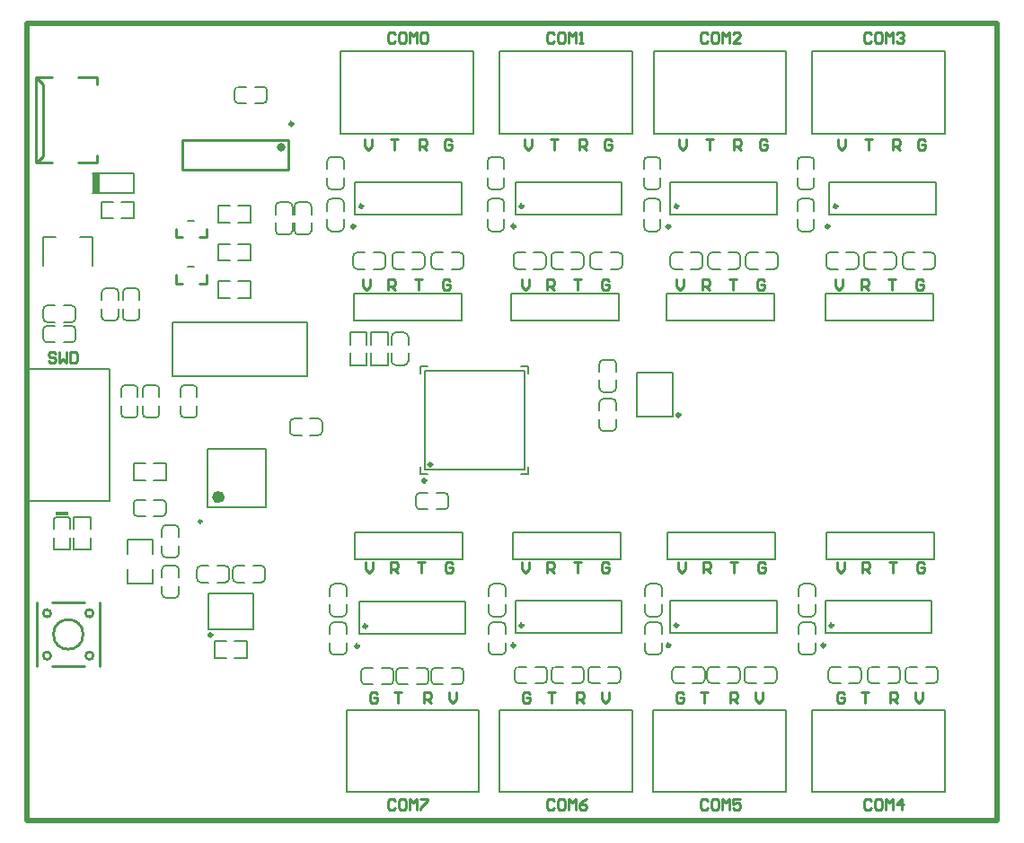
<source format=gto>
G04*
G04 #@! TF.GenerationSoftware,Altium Limited,Altium Designer,18.1.9 (240)*
G04*
G04 Layer_Color=65535*
%FSLAX24Y24*%
%MOIN*%
G70*
G01*
G75*
%ADD10C,0.0079*%
%ADD11C,0.0118*%
%ADD12C,0.0157*%
%ADD13C,0.0100*%
%ADD14C,0.0098*%
%ADD15C,0.0236*%
%ADD16C,0.0080*%
%ADD17C,0.0060*%
%ADD18R,0.0472X0.0118*%
%ADD19R,0.0315X0.0748*%
%ADD20C,0.0200*%
D10*
X3646Y16154D02*
G03*
X3489Y15997I0J-157D01*
G01*
X4111Y15997D02*
G03*
X3954Y16154I-157J-0D01*
G01*
X3954Y14946D02*
G03*
X4111Y15103I0J157D01*
G01*
X3489D02*
G03*
X3646Y14946I157J0D01*
G01*
X21704Y15896D02*
G03*
X21861Y16053I0J157D01*
G01*
X21239Y16053D02*
G03*
X21396Y15896I157J0D01*
G01*
X21396Y17104D02*
G03*
X21239Y16947I0J-157D01*
G01*
X21861D02*
G03*
X21704Y17104I-157J-0D01*
G01*
X21396Y15654D02*
G03*
X21239Y15497I0J-157D01*
G01*
X21861Y15497D02*
G03*
X21704Y15654I-157J-0D01*
G01*
X21704Y14446D02*
G03*
X21861Y14603I0J157D01*
G01*
X21239D02*
G03*
X21396Y14446I157J0D01*
G01*
X15637Y12004D02*
G03*
X15480Y12161I-157J0D01*
G01*
X15480Y11539D02*
G03*
X15637Y11696I-0J157D01*
G01*
X14429Y11696D02*
G03*
X14586Y11539I157J-0D01*
G01*
Y12161D02*
G03*
X14429Y12004I0J-157D01*
G01*
X13681Y18106D02*
G03*
X13524Y17949I0J-157D01*
G01*
X14146Y17949D02*
G03*
X13989Y18106I-157J-0D01*
G01*
X13989Y16898D02*
G03*
X14146Y17055I0J157D01*
G01*
X13524D02*
G03*
X13681Y16898I157J0D01*
G01*
X1804Y18204D02*
G03*
X1647Y18361I-157J0D01*
G01*
X1647Y17739D02*
G03*
X1804Y17896I-0J157D01*
G01*
X596Y17896D02*
G03*
X753Y17739I157J-0D01*
G01*
Y18361D02*
G03*
X596Y18204I0J-157D01*
G01*
X3708Y19754D02*
G03*
X3551Y19597I0J-157D01*
G01*
X4173Y19597D02*
G03*
X4015Y19754I-157J-0D01*
G01*
X4015Y18546D02*
G03*
X4173Y18703I0J157D01*
G01*
X3551D02*
G03*
X3708Y18546I157J0D01*
G01*
X2926Y19754D02*
G03*
X2768Y19597I0J-157D01*
G01*
X3390Y19597D02*
G03*
X3233Y19754I-157J-0D01*
G01*
X3233Y18546D02*
G03*
X3390Y18703I0J157D01*
G01*
X2768D02*
G03*
X2926Y18546I157J0D01*
G01*
X1804Y18954D02*
G03*
X1647Y19111I-157J0D01*
G01*
X1647Y18489D02*
G03*
X1804Y18646I-0J157D01*
G01*
X596Y18646D02*
G03*
X753Y18489I157J0D01*
G01*
Y19111D02*
G03*
X596Y18954I0J-157D01*
G01*
X14994Y5196D02*
G03*
X15151Y5039I157J0D01*
G01*
X15151Y5661D02*
G03*
X14994Y5504I0J-157D01*
G01*
X16202Y5504D02*
G03*
X16045Y5661I-157J0D01*
G01*
Y5039D02*
G03*
X16202Y5196I-0J157D01*
G01*
X13694Y5196D02*
G03*
X13851Y5039I157J0D01*
G01*
X13851Y5661D02*
G03*
X13694Y5504I0J-157D01*
G01*
X14902Y5504D02*
G03*
X14745Y5661I-157J0D01*
G01*
Y5039D02*
G03*
X14902Y5196I-0J157D01*
G01*
X12394Y5196D02*
G03*
X12551Y5039I157J0D01*
G01*
X12551Y5661D02*
G03*
X12394Y5504I0J-157D01*
G01*
X13602Y5504D02*
G03*
X13445Y5661I-157J0D01*
G01*
Y5039D02*
G03*
X13602Y5196I-0J157D01*
G01*
X4446Y16154D02*
G03*
X4289Y15997I0J-157D01*
G01*
X4911Y15997D02*
G03*
X4754Y16154I-157J-0D01*
G01*
X4754Y14946D02*
G03*
X4911Y15103I0J157D01*
G01*
X4289D02*
G03*
X4446Y14946I157J0D01*
G01*
X7630Y8987D02*
G03*
X7787Y8830I157J0D01*
G01*
X7787Y9452D02*
G03*
X7630Y9294I0J-157D01*
G01*
X8838Y9294D02*
G03*
X8681Y9452I-157J0D01*
G01*
Y8830D02*
G03*
X8838Y8987I-0J157D01*
G01*
X29259Y8614D02*
G03*
X29102Y8772I-157J-0D01*
G01*
X28795D02*
G03*
X28637Y8614I0J-157D01*
G01*
X28637Y7721D02*
G03*
X28795Y7563I157J0D01*
G01*
X29102Y7563D02*
G03*
X29259Y7721I0J157D01*
G01*
X28637Y6303D02*
G03*
X28795Y6146I157J0D01*
G01*
X29102D02*
G03*
X29259Y6303I0J157D01*
G01*
X29259Y7197D02*
G03*
X29102Y7354I-157J-0D01*
G01*
X28795Y7354D02*
G03*
X28637Y7197I0J-157D01*
G01*
X23559Y8614D02*
G03*
X23402Y8772I-157J-0D01*
G01*
X23095D02*
G03*
X22937Y8614I0J-157D01*
G01*
X22937Y7721D02*
G03*
X23095Y7563I157J0D01*
G01*
X23402Y7563D02*
G03*
X23559Y7721I0J157D01*
G01*
X22937Y6303D02*
G03*
X23095Y6146I157J0D01*
G01*
X23402D02*
G03*
X23559Y6303I0J157D01*
G01*
X23559Y7197D02*
G03*
X23402Y7354I-157J-0D01*
G01*
X23095Y7354D02*
G03*
X22937Y7197I0J-157D01*
G01*
X17137Y6303D02*
G03*
X17295Y6146I157J0D01*
G01*
X17602D02*
G03*
X17759Y6303I0J157D01*
G01*
X17759Y7197D02*
G03*
X17602Y7354I-157J-0D01*
G01*
X17295Y7354D02*
G03*
X17137Y7197I0J-157D01*
G01*
X17759Y8614D02*
G03*
X17602Y8772I-157J-0D01*
G01*
X17295D02*
G03*
X17137Y8614I0J-157D01*
G01*
X17137Y7721D02*
G03*
X17295Y7563I157J0D01*
G01*
X17602Y7563D02*
G03*
X17759Y7721I0J157D01*
G01*
X11237Y6303D02*
G03*
X11395Y6146I157J0D01*
G01*
X11702D02*
G03*
X11859Y6303I0J157D01*
G01*
X11859Y7197D02*
G03*
X11702Y7354I-157J-0D01*
G01*
X11395Y7354D02*
G03*
X11237Y7197I0J-157D01*
G01*
X4106Y11902D02*
G03*
X3949Y11744I0J-157D01*
G01*
Y11437D02*
G03*
X4106Y11280I157J0D01*
G01*
X5000Y11280D02*
G03*
X5157Y11437I-0J157D01*
G01*
X5157Y11744D02*
G03*
X5000Y11902I-157J0D01*
G01*
X9746Y14446D02*
G03*
X9903Y14289I157J0D01*
G01*
X9903Y14911D02*
G03*
X9746Y14754I0J-157D01*
G01*
X10954Y14754D02*
G03*
X10797Y14911I-157J0D01*
G01*
Y14289D02*
G03*
X10954Y14446I-0J157D01*
G01*
X5846Y16154D02*
G03*
X5689Y15997I0J-157D01*
G01*
X6311Y15997D02*
G03*
X6154Y16154I-157J-0D01*
G01*
X6154Y14946D02*
G03*
X6311Y15103I0J157D01*
G01*
X5689D02*
G03*
X5846Y14946I157J0D01*
G01*
X11702Y7563D02*
G03*
X11859Y7721I0J157D01*
G01*
X11237Y7721D02*
G03*
X11395Y7563I157J0D01*
G01*
X11395Y8772D02*
G03*
X11237Y8614I0J-157D01*
G01*
X11859D02*
G03*
X11702Y8772I-157J-0D01*
G01*
X19456Y5239D02*
G03*
X19614Y5082I157J0D01*
G01*
X19614Y5704D02*
G03*
X19456Y5546I0J-157D01*
G01*
X20665Y5546D02*
G03*
X20507Y5704I-157J0D01*
G01*
Y5082D02*
G03*
X20665Y5239I-0J157D01*
G01*
X20813Y5239D02*
G03*
X20971Y5082I157J0D01*
G01*
X20971Y5704D02*
G03*
X20813Y5546I0J-157D01*
G01*
X22022Y5546D02*
G03*
X21864Y5704I-157J0D01*
G01*
Y5082D02*
G03*
X22022Y5239I-0J157D01*
G01*
X18094Y5239D02*
G03*
X18251Y5082I157J0D01*
G01*
X18251Y5704D02*
G03*
X18094Y5546I0J-157D01*
G01*
X19302Y5546D02*
G03*
X19145Y5704I-157J0D01*
G01*
Y5082D02*
G03*
X19302Y5239I-0J157D01*
G01*
X25244Y5239D02*
G03*
X25401Y5082I157J0D01*
G01*
X25401Y5704D02*
G03*
X25244Y5546I0J-157D01*
G01*
X26452Y5546D02*
G03*
X26295Y5704I-157J0D01*
G01*
Y5082D02*
G03*
X26452Y5239I-0J157D01*
G01*
X23941Y5239D02*
G03*
X24098Y5082I157J0D01*
G01*
X24098Y5704D02*
G03*
X23941Y5546I0J-157D01*
G01*
X25149Y5546D02*
G03*
X24992Y5704I-157J0D01*
G01*
Y5082D02*
G03*
X25149Y5239I-0J157D01*
G01*
X26612Y5239D02*
G03*
X26770Y5082I157J0D01*
G01*
X26770Y5704D02*
G03*
X26612Y5546I0J-157D01*
G01*
X27821Y5546D02*
G03*
X27663Y5704I-157J0D01*
G01*
Y5082D02*
G03*
X27821Y5239I-0J157D01*
G01*
X31194Y5239D02*
G03*
X31351Y5082I157J0D01*
G01*
X31351Y5704D02*
G03*
X31194Y5546I0J-157D01*
G01*
X32402Y5546D02*
G03*
X32245Y5704I-157J0D01*
G01*
Y5082D02*
G03*
X32402Y5239I-0J157D01*
G01*
X29744Y5239D02*
G03*
X29901Y5082I157J0D01*
G01*
X29901Y5704D02*
G03*
X29744Y5546I0J-157D01*
G01*
X30952Y5546D02*
G03*
X30795Y5704I-157J0D01*
G01*
Y5082D02*
G03*
X30952Y5239I-0J157D01*
G01*
X32594Y5239D02*
G03*
X32751Y5082I157J0D01*
G01*
X32751Y5704D02*
G03*
X32594Y5546I0J-157D01*
G01*
X33802Y5546D02*
G03*
X33645Y5704I-157J0D01*
G01*
Y5082D02*
G03*
X33802Y5239I-0J157D01*
G01*
X32496Y20620D02*
G03*
X32653Y20463I157J0D01*
G01*
X32653Y21085D02*
G03*
X32496Y20927I0J-157D01*
G01*
X33704Y20927D02*
G03*
X33547Y21085I-157J0D01*
G01*
Y20463D02*
G03*
X33704Y20620I-0J157D01*
G01*
X31046Y20620D02*
G03*
X31203Y20463I157J0D01*
G01*
X31203Y21085D02*
G03*
X31046Y20927I0J-157D01*
G01*
X32254Y20927D02*
G03*
X32097Y21085I-157J0D01*
G01*
Y20463D02*
G03*
X32254Y20620I-0J157D01*
G01*
X25267Y20620D02*
G03*
X25425Y20463I157J0D01*
G01*
X25425Y21085D02*
G03*
X25267Y20927I0J-157D01*
G01*
X26476Y20927D02*
G03*
X26319Y21085I-157J0D01*
G01*
Y20463D02*
G03*
X26476Y20620I-0J157D01*
G01*
X17246Y23078D02*
G03*
X17089Y22921I0J-157D01*
G01*
X17711Y22921D02*
G03*
X17554Y23078I-157J-0D01*
G01*
X17554Y21869D02*
G03*
X17711Y22027I0J157D01*
G01*
X17089D02*
G03*
X17246Y21869I157J0D01*
G01*
X17554Y23419D02*
G03*
X17711Y23577I0J157D01*
G01*
X17089Y23577D02*
G03*
X17246Y23419I157J0D01*
G01*
X17246Y24628D02*
G03*
X17089Y24471I0J-157D01*
G01*
X17711D02*
G03*
X17554Y24628I-157J-0D01*
G01*
X11604Y23419D02*
G03*
X11761Y23577I0J157D01*
G01*
X11139Y23577D02*
G03*
X11296Y23419I157J0D01*
G01*
X11296Y24628D02*
G03*
X11139Y24471I0J-157D01*
G01*
X11761D02*
G03*
X11604Y24628I-157J-0D01*
G01*
X8747Y26614D02*
G03*
X8904Y26771I-0J157D01*
G01*
Y27079D02*
G03*
X8747Y27236I-157J0D01*
G01*
X7853Y27236D02*
G03*
X7696Y27079I0J-157D01*
G01*
X7696Y26771D02*
G03*
X7853Y26614I157J0D01*
G01*
X29211Y24471D02*
G03*
X29054Y24628I-157J-0D01*
G01*
X28746D02*
G03*
X28589Y24471I0J-157D01*
G01*
X28589Y23577D02*
G03*
X28746Y23419I157J0D01*
G01*
X29054Y23419D02*
G03*
X29211Y23577I0J157D01*
G01*
X20497Y20463D02*
G03*
X20654Y20620I-0J157D01*
G01*
Y20927D02*
G03*
X20497Y21085I-157J0D01*
G01*
X19603Y21085D02*
G03*
X19446Y20927I0J-157D01*
G01*
X19446Y20620D02*
G03*
X19603Y20463I157J0D01*
G01*
X22889Y22027D02*
G03*
X23046Y21869I157J0D01*
G01*
X23354D02*
G03*
X23511Y22027I0J157D01*
G01*
X23511Y22921D02*
G03*
X23354Y23078I-157J-0D01*
G01*
X23046Y23078D02*
G03*
X22889Y22921I0J-157D01*
G01*
X23511Y24471D02*
G03*
X23354Y24628I-157J-0D01*
G01*
X23046D02*
G03*
X22889Y24471I0J-157D01*
G01*
X22889Y23577D02*
G03*
X23046Y23419I157J0D01*
G01*
X23354Y23419D02*
G03*
X23511Y23577I0J157D01*
G01*
X30697Y20463D02*
G03*
X30854Y20620I-0J157D01*
G01*
Y20927D02*
G03*
X30697Y21085I-157J0D01*
G01*
X29803Y21085D02*
G03*
X29646Y20927I0J-157D01*
G01*
X29646Y20620D02*
G03*
X29803Y20463I157J0D01*
G01*
X28589Y22027D02*
G03*
X28746Y21869I157J0D01*
G01*
X29054D02*
G03*
X29211Y22027I0J157D01*
G01*
X29211Y22921D02*
G03*
X29054Y23078I-157J-0D01*
G01*
X28746Y23078D02*
G03*
X28589Y22921I0J-157D01*
G01*
X27719Y20463D02*
G03*
X27876Y20620I-0J157D01*
G01*
Y20927D02*
G03*
X27719Y21085I-157J0D01*
G01*
X26825Y21085D02*
G03*
X26667Y20927I0J-157D01*
G01*
X26667Y20620D02*
G03*
X26825Y20463I157J0D01*
G01*
X24919Y20463D02*
G03*
X25076Y20620I-0J157D01*
G01*
Y20927D02*
G03*
X24919Y21085I-157J0D01*
G01*
X24025Y21085D02*
G03*
X23867Y20927I0J-157D01*
G01*
X23867Y20620D02*
G03*
X24025Y20463I157J0D01*
G01*
X16047Y20463D02*
G03*
X16204Y20620I-0J157D01*
G01*
Y20927D02*
G03*
X16047Y21085I-157J0D01*
G01*
X15153Y21085D02*
G03*
X14996Y20927I0J-157D01*
G01*
X14996Y20620D02*
G03*
X15153Y20463I157J0D01*
G01*
X19097Y20463D02*
G03*
X19254Y20620I-0J157D01*
G01*
Y20927D02*
G03*
X19097Y21085I-157J0D01*
G01*
X18203Y21085D02*
G03*
X18046Y20927I0J-157D01*
G01*
X18046Y20620D02*
G03*
X18203Y20463I157J0D01*
G01*
X21941Y20463D02*
G03*
X22098Y20620I-0J157D01*
G01*
Y20927D02*
G03*
X21941Y21085I-157J0D01*
G01*
X21047Y21085D02*
G03*
X20890Y20927I0J-157D01*
G01*
X20890Y20620D02*
G03*
X21047Y20463I157J0D01*
G01*
X11139Y22027D02*
G03*
X11296Y21869I157J0D01*
G01*
X11604D02*
G03*
X11761Y22027I0J157D01*
G01*
X11761Y22921D02*
G03*
X11604Y23078I-157J-0D01*
G01*
X11296Y23078D02*
G03*
X11139Y22921I0J-157D01*
G01*
X14597Y20463D02*
G03*
X14754Y20620I-0J157D01*
G01*
Y20927D02*
G03*
X14597Y21085I-157J0D01*
G01*
X13703Y21085D02*
G03*
X13546Y20927I0J-157D01*
G01*
X13546Y20620D02*
G03*
X13703Y20463I157J0D01*
G01*
X13147Y20463D02*
G03*
X13304Y20620I-0J157D01*
G01*
Y20927D02*
G03*
X13147Y21085I-157J0D01*
G01*
X12253Y21085D02*
G03*
X12096Y20927I0J-157D01*
G01*
X12096Y20620D02*
G03*
X12253Y20463I157J0D01*
G01*
X10546Y22791D02*
G03*
X10388Y22948I-157J-0D01*
G01*
X10081D02*
G03*
X9924Y22791I0J-157D01*
G01*
X9924Y21897D02*
G03*
X10081Y21739I157J0D01*
G01*
X10388Y21739D02*
G03*
X10546Y21897I0J157D01*
G01*
X9224Y21897D02*
G03*
X9381Y21739I157J0D01*
G01*
X9688D02*
G03*
X9846Y21897I0J157D01*
G01*
X9846Y22791D02*
G03*
X9688Y22948I-157J-0D01*
G01*
X9381Y22948D02*
G03*
X9224Y22791I0J-157D01*
G01*
X5630Y9304D02*
G03*
X5473Y9462I-157J-0D01*
G01*
X5166D02*
G03*
X5008Y9304I0J-157D01*
G01*
X5008Y8410D02*
G03*
X5166Y8253I157J0D01*
G01*
X5473Y8253D02*
G03*
X5630Y8410I0J157D01*
G01*
X5008Y9910D02*
G03*
X5166Y9753I157J0D01*
G01*
X5473D02*
G03*
X5630Y9910I0J157D01*
G01*
X5630Y10804D02*
G03*
X5473Y10962I-157J-0D01*
G01*
X5166Y10962D02*
G03*
X5008Y10804I0J-157D01*
G01*
X6453Y9452D02*
G03*
X6296Y9294I0J-157D01*
G01*
Y8987D02*
G03*
X6453Y8830I157J-0D01*
G01*
X7347Y8830D02*
G03*
X7504Y8987I-0J157D01*
G01*
X7504Y9294D02*
G03*
X7347Y9452I-157J0D01*
G01*
X29139Y25504D02*
Y28555D01*
X34061D01*
Y25504D02*
Y28555D01*
X29139Y25504D02*
X34061D01*
X23247D02*
Y28555D01*
X28168D01*
Y25504D02*
Y28555D01*
X23247Y25504D02*
X28168D01*
X17539D02*
Y28555D01*
X22461D01*
Y25504D02*
Y28555D01*
X17539Y25504D02*
X22461D01*
X11639D02*
Y28555D01*
X16561D01*
Y25504D02*
Y28555D01*
X11639Y25504D02*
X16561D01*
X16768Y1044D02*
Y4095D01*
X11847Y1044D02*
X16768D01*
X11847D02*
Y4095D01*
X16768D01*
X22461Y1044D02*
Y4095D01*
X17539Y1044D02*
X22461D01*
X17539D02*
Y4095D01*
X22461D01*
X28161Y1044D02*
Y4095D01*
X23239Y1044D02*
X28161D01*
X23239D02*
Y4095D01*
X28161D01*
X34061Y1044D02*
Y4095D01*
X29139Y1044D02*
X34061D01*
X29139D02*
Y4095D01*
X34061D01*
X-6Y11839D02*
X3045D01*
X-6D02*
Y16761D01*
X3045D01*
Y11839D02*
Y16761D01*
X12611Y17659D02*
Y18106D01*
X11989Y16898D02*
X12611D01*
X11989Y18106D02*
X12611D01*
Y16898D02*
Y17344D01*
X11989Y17659D02*
Y18106D01*
Y16898D02*
Y17344D01*
X3489Y15103D02*
Y15393D01*
X3646Y16154D02*
X3954D01*
X3646Y14946D02*
X3954D01*
X3489Y15707D02*
Y15997D01*
X4111Y15707D02*
Y15997D01*
X4111Y15103D02*
Y15393D01*
X21861Y16657D02*
Y16947D01*
X21396Y15896D02*
X21704D01*
X21396Y17104D02*
X21704D01*
X21861Y16053D02*
Y16343D01*
X21239Y16053D02*
Y16343D01*
X21239Y16657D02*
Y16947D01*
Y14603D02*
Y14893D01*
X21396Y15654D02*
X21704D01*
X21396Y14446D02*
X21704D01*
X21239Y15207D02*
Y15497D01*
X21861Y15207D02*
Y15497D01*
X21861Y14603D02*
Y14893D01*
X14586Y12161D02*
X14876D01*
X15637Y11696D02*
Y12004D01*
X14429Y11696D02*
Y12004D01*
X15191Y12161D02*
X15480D01*
X15191Y11539D02*
X15480D01*
X14586Y11539D02*
X14876D01*
X13524Y17055D02*
Y17344D01*
X13681Y18106D02*
X13989D01*
X13681Y16898D02*
X13989D01*
X13524Y17659D02*
Y17949D01*
X14146Y17659D02*
Y17949D01*
X14146Y17055D02*
Y17344D01*
X13396Y17659D02*
Y18106D01*
X12774Y16897D02*
X13396D01*
X12774Y18106D02*
X13396D01*
Y16897D02*
Y17344D01*
X12774Y17659D02*
Y18106D01*
Y16897D02*
Y17344D01*
X753Y18361D02*
X1043D01*
X1804Y17896D02*
Y18204D01*
X596Y17896D02*
Y18204D01*
X1357Y18361D02*
X1647D01*
X1357Y17739D02*
X1647D01*
X753Y17739D02*
X1043D01*
X3551Y18703D02*
Y18993D01*
X3708Y19754D02*
X4015D01*
X3708Y18546D02*
X4015D01*
X3551Y19307D02*
Y19597D01*
X4173Y19307D02*
Y19597D01*
X4173Y18703D02*
Y18993D01*
X2768Y18703D02*
Y18993D01*
X2926Y19754D02*
X3233D01*
X2926Y18546D02*
X3233D01*
X2768Y19307D02*
Y19597D01*
X3390Y19307D02*
Y19597D01*
X3390Y18703D02*
Y18993D01*
X753Y19111D02*
X1043D01*
X1804Y18646D02*
Y18954D01*
X596Y18646D02*
Y18954D01*
X1357Y19111D02*
X1647D01*
X1357Y18489D02*
X1647D01*
X753Y18489D02*
X1043D01*
X2361Y10807D02*
Y11254D01*
X1739Y10046D02*
X2361D01*
X1739Y11254D02*
X2361D01*
Y10046D02*
Y10493D01*
X1739Y10807D02*
Y11254D01*
Y10046D02*
Y10493D01*
X989Y11172D02*
X1065Y11251D01*
X1535D02*
X1611Y11172D01*
Y10818D02*
Y11172D01*
X989Y10056D02*
X1611D01*
X1065Y11251D02*
X1535D01*
X1611Y10056D02*
Y10503D01*
X989Y10818D02*
Y11172D01*
Y10056D02*
Y10503D01*
X15756Y5039D02*
X16045D01*
X14994Y5196D02*
Y5504D01*
X16202Y5196D02*
Y5504D01*
X15151Y5039D02*
X15441D01*
X15151Y5661D02*
X15441D01*
X15756Y5661D02*
X16045D01*
X14456Y5039D02*
X14745D01*
X13694Y5196D02*
Y5504D01*
X14902Y5196D02*
Y5504D01*
X13851Y5039D02*
X14141D01*
X13851Y5661D02*
X14141D01*
X14456Y5661D02*
X14745D01*
X13156Y5039D02*
X13445D01*
X12394Y5196D02*
Y5504D01*
X13602Y5196D02*
Y5504D01*
X12551Y5039D02*
X12841D01*
X12551Y5661D02*
X12841D01*
X13156Y5661D02*
X13445D01*
X29671Y9700D02*
Y10700D01*
X33671D01*
X29671Y9700D02*
X33671D01*
Y10700D01*
X23767Y9700D02*
Y10700D01*
X27767D01*
X23767Y9700D02*
X27767D01*
Y10700D01*
X18017Y9700D02*
Y10700D01*
X22017D01*
X18017Y9700D02*
X22017D01*
Y10700D01*
X12169Y9700D02*
Y10700D01*
X16169D01*
X12169Y9700D02*
X16169D01*
Y10700D01*
X4289Y15103D02*
Y15393D01*
X4446Y16154D02*
X4754D01*
X4446Y14946D02*
X4754D01*
X4289Y15707D02*
Y15997D01*
X4911Y15707D02*
Y15997D01*
X4911Y15103D02*
Y15393D01*
X8391Y8830D02*
X8681D01*
X7630Y8987D02*
Y9294D01*
X8838Y8987D02*
Y9294D01*
X7787Y8830D02*
X8077D01*
X7787Y9452D02*
X8077D01*
X8391Y9452D02*
X8681D01*
X28637Y8325D02*
Y8614D01*
X28637Y7721D02*
Y8010D01*
X29259Y7721D02*
Y8010D01*
X28795Y8772D02*
X29102D01*
X28795Y7563D02*
X29102D01*
X29259Y8325D02*
Y8614D01*
Y6303D02*
Y6593D01*
X29259Y6907D02*
Y7197D01*
X28637Y6907D02*
Y7197D01*
X28795Y6146D02*
X29102D01*
X28795Y7354D02*
X29102D01*
X28637Y6303D02*
Y6593D01*
X22937Y8325D02*
Y8614D01*
X22937Y7721D02*
Y8010D01*
X23559Y7721D02*
Y8010D01*
X23095Y8772D02*
X23402D01*
X23095Y7563D02*
X23402D01*
X23559Y8325D02*
Y8614D01*
Y6303D02*
Y6593D01*
X23559Y6907D02*
Y7197D01*
X22937Y6907D02*
Y7197D01*
X23095Y6146D02*
X23402D01*
X23095Y7354D02*
X23402D01*
X22937Y6303D02*
Y6593D01*
X17759Y6303D02*
Y6593D01*
X17759Y6907D02*
Y7197D01*
X17137Y6907D02*
Y7197D01*
X17295Y6146D02*
X17602D01*
X17295Y7354D02*
X17602D01*
X17137Y6303D02*
Y6593D01*
Y8325D02*
Y8614D01*
X17137Y7721D02*
Y8010D01*
X17759Y7721D02*
Y8010D01*
X17295Y8772D02*
X17602D01*
X17295Y7563D02*
X17602D01*
X17759Y8325D02*
Y8614D01*
X11859Y6303D02*
Y6593D01*
X11859Y6907D02*
Y7197D01*
X11237Y6907D02*
Y7197D01*
X11395Y6146D02*
X11702D01*
X11395Y7354D02*
X11702D01*
X11237Y6303D02*
Y6593D01*
X4106Y11280D02*
X4396D01*
X4711Y11280D02*
X5000D01*
X4711Y11902D02*
X5000D01*
X3949Y11437D02*
Y11744D01*
X5157Y11437D02*
Y11744D01*
X4106Y11902D02*
X4396D01*
X10507Y14289D02*
X10797D01*
X9746Y14446D02*
Y14754D01*
X10954Y14446D02*
Y14754D01*
X9903Y14289D02*
X10193D01*
X9903Y14911D02*
X10193D01*
X10507Y14911D02*
X10797D01*
X3728Y9874D02*
Y10407D01*
X4672Y9874D02*
Y10407D01*
Y8793D02*
Y9326D01*
X3728Y8793D02*
X4672D01*
X3728Y10407D02*
X4672D01*
X3728Y8793D02*
Y9326D01*
X5689Y15103D02*
Y15393D01*
X5846Y16154D02*
X6154D01*
X5846Y14946D02*
X6154D01*
X5689Y15707D02*
Y15997D01*
X6311Y15707D02*
Y15997D01*
X6311Y15103D02*
Y15393D01*
X2435Y24024D02*
X3971D01*
X2435Y23276D02*
X3971D01*
Y24024D01*
X11859Y8325D02*
Y8614D01*
X11395Y7563D02*
X11702D01*
X11395Y8772D02*
X11702D01*
X11859Y7721D02*
Y8010D01*
X11237Y7721D02*
Y8010D01*
X11237Y8325D02*
Y8614D01*
X20218Y5082D02*
X20507D01*
X19456Y5239D02*
Y5546D01*
X20665Y5239D02*
Y5546D01*
X19614Y5082D02*
X19903D01*
X19614Y5704D02*
X19903D01*
X20218Y5704D02*
X20507D01*
X21575Y5082D02*
X21864D01*
X20813Y5239D02*
Y5546D01*
X22022Y5239D02*
Y5546D01*
X20971Y5082D02*
X21260D01*
X20971Y5704D02*
X21260D01*
X21575Y5704D02*
X21864D01*
X18856Y5082D02*
X19145D01*
X18094Y5239D02*
Y5546D01*
X19302Y5239D02*
Y5546D01*
X18251Y5082D02*
X18541D01*
X18251Y5704D02*
X18541D01*
X18856Y5704D02*
X19145D01*
X26006Y5082D02*
X26295D01*
X25244Y5239D02*
Y5546D01*
X26452Y5239D02*
Y5546D01*
X25401Y5082D02*
X25691D01*
X25401Y5704D02*
X25691D01*
X26006Y5704D02*
X26295D01*
X24702Y5082D02*
X24992D01*
X23941Y5239D02*
Y5546D01*
X25149Y5239D02*
Y5546D01*
X24098Y5082D02*
X24387D01*
X24098Y5704D02*
X24387D01*
X24702Y5704D02*
X24992D01*
X27374Y5082D02*
X27663D01*
X26612Y5239D02*
Y5546D01*
X27821Y5239D02*
Y5546D01*
X26770Y5082D02*
X27059D01*
X26770Y5704D02*
X27059D01*
X27374Y5704D02*
X27663D01*
X31956Y5082D02*
X32245D01*
X31194Y5239D02*
Y5546D01*
X32402Y5239D02*
Y5546D01*
X31351Y5082D02*
X31641D01*
X31351Y5704D02*
X31641D01*
X31956Y5704D02*
X32245D01*
X30506Y5082D02*
X30795D01*
X29744Y5239D02*
Y5546D01*
X30952Y5239D02*
Y5546D01*
X29901Y5082D02*
X30191D01*
X29901Y5704D02*
X30191D01*
X30506Y5704D02*
X30795D01*
X33356Y5082D02*
X33645D01*
X32594Y5239D02*
Y5546D01*
X33802Y5239D02*
Y5546D01*
X32751Y5082D02*
X33041D01*
X32751Y5704D02*
X33041D01*
X33356Y5704D02*
X33645D01*
X33257Y20463D02*
X33547D01*
X32496Y20620D02*
Y20927D01*
X33704Y20620D02*
Y20927D01*
X32653Y20463D02*
X32943D01*
X32653Y21085D02*
X32943D01*
X33257Y21085D02*
X33547D01*
X31807Y20463D02*
X32097D01*
X31046Y20620D02*
Y20927D01*
X32254Y20620D02*
Y20927D01*
X31203Y20463D02*
X31493D01*
X31203Y21085D02*
X31493D01*
X31807Y21085D02*
X32097D01*
X26029Y20463D02*
X26319D01*
X25267Y20620D02*
Y20927D01*
X26476Y20620D02*
Y20927D01*
X25425Y20463D02*
X25714D01*
X25425Y21085D02*
X25714D01*
X26029Y21085D02*
X26319D01*
X17089Y22027D02*
Y22316D01*
X17246Y23078D02*
X17554D01*
X17246Y21869D02*
X17554D01*
X17089Y22631D02*
Y22921D01*
X17711Y22631D02*
Y22921D01*
X17711Y22027D02*
Y22316D01*
Y24181D02*
Y24471D01*
X17246Y23419D02*
X17554D01*
X17246Y24628D02*
X17554D01*
X17711Y23577D02*
Y23866D01*
X17089Y23577D02*
Y23866D01*
X17089Y24181D02*
Y24471D01*
X11761Y24181D02*
Y24471D01*
X11296Y23419D02*
X11604D01*
X11296Y24628D02*
X11604D01*
X11761Y23577D02*
Y23866D01*
X11139Y23577D02*
Y23866D01*
X11139Y24181D02*
Y24471D01*
X4711Y12633D02*
X5157D01*
X3949D02*
Y13255D01*
X5157Y12633D02*
Y13255D01*
X3949Y12633D02*
X4396D01*
X4711Y13255D02*
X5157D01*
X3949D02*
X4396D01*
X23719Y18549D02*
Y19549D01*
X27719D01*
X23719Y18549D02*
X27719D01*
Y19549D01*
X29622Y18549D02*
Y19549D01*
X33622D01*
X29622Y18549D02*
X33622D01*
Y19549D01*
X17969Y18549D02*
Y19549D01*
X21969D01*
X17969Y18549D02*
X21969D01*
Y19549D01*
X12119Y18549D02*
Y19549D01*
X16119D01*
X12119Y18549D02*
X16119D01*
Y19549D01*
X2746Y22961D02*
X3193D01*
X3507D02*
X3954D01*
X2746Y22339D02*
X3193D01*
X3954D02*
Y22961D01*
X2746Y22339D02*
Y22961D01*
X3507Y22339D02*
X3954D01*
X8457Y27236D02*
X8747D01*
X7853Y27236D02*
X8143D01*
X7853Y26614D02*
X8143D01*
X8904Y26771D02*
Y27079D01*
X7696Y26771D02*
Y27079D01*
X8457Y26614D02*
X8747D01*
X28589Y24181D02*
Y24471D01*
X28589Y23577D02*
Y23866D01*
X29211Y23577D02*
Y23866D01*
X28746Y24628D02*
X29054D01*
X28746Y23419D02*
X29054D01*
X29211Y24181D02*
Y24471D01*
X20207Y21085D02*
X20497D01*
X19603Y21085D02*
X19893D01*
X19603Y20463D02*
X19893D01*
X20654Y20620D02*
Y20927D01*
X19446Y20620D02*
Y20927D01*
X20207Y20463D02*
X20497D01*
X23511Y22027D02*
Y22316D01*
X23511Y22631D02*
Y22921D01*
X22889Y22631D02*
Y22921D01*
X23046Y21869D02*
X23354D01*
X23046Y23078D02*
X23354D01*
X22889Y22027D02*
Y22316D01*
Y24181D02*
Y24471D01*
X22889Y23577D02*
Y23866D01*
X23511Y23577D02*
Y23866D01*
X23046Y24628D02*
X23354D01*
X23046Y23419D02*
X23354D01*
X23511Y24181D02*
Y24471D01*
X30407Y21085D02*
X30697D01*
X29803Y21085D02*
X30093D01*
X29803Y20463D02*
X30093D01*
X30854Y20620D02*
Y20927D01*
X29646Y20620D02*
Y20927D01*
X30407Y20463D02*
X30697D01*
X29211Y22027D02*
Y22316D01*
X29211Y22631D02*
Y22921D01*
X28589Y22631D02*
Y22921D01*
X28746Y21869D02*
X29054D01*
X28746Y23078D02*
X29054D01*
X28589Y22027D02*
Y22316D01*
X27429Y21085D02*
X27719D01*
X26825Y21085D02*
X27114D01*
X26825Y20463D02*
X27114D01*
X27876Y20620D02*
Y20927D01*
X26667Y20620D02*
Y20927D01*
X27429Y20463D02*
X27719D01*
X24629Y21085D02*
X24919D01*
X24025Y21085D02*
X24314D01*
X24025Y20463D02*
X24314D01*
X25076Y20620D02*
Y20927D01*
X23867Y20620D02*
Y20927D01*
X24629Y20463D02*
X24919D01*
X15757Y21085D02*
X16047D01*
X15153Y21085D02*
X15443D01*
X15153Y20463D02*
X15443D01*
X16204Y20620D02*
Y20927D01*
X14996Y20620D02*
Y20927D01*
X15757Y20463D02*
X16047D01*
X18807Y21085D02*
X19097D01*
X18203Y21085D02*
X18493D01*
X18203Y20463D02*
X18493D01*
X19254Y20620D02*
Y20927D01*
X18046Y20620D02*
Y20927D01*
X18807Y20463D02*
X19097D01*
X21652Y21085D02*
X21941D01*
X21047Y21085D02*
X21337D01*
X21047Y20463D02*
X21337D01*
X22098Y20620D02*
Y20927D01*
X20890Y20620D02*
Y20927D01*
X21652Y20463D02*
X21941D01*
X11761Y22027D02*
Y22316D01*
X11761Y22631D02*
Y22921D01*
X11139Y22631D02*
Y22921D01*
X11296Y21869D02*
X11604D01*
X11296Y23078D02*
X11604D01*
X11139Y22027D02*
Y22316D01*
X14307Y21085D02*
X14597D01*
X13703Y21085D02*
X13993D01*
X13703Y20463D02*
X13993D01*
X14754Y20620D02*
Y20927D01*
X13546Y20620D02*
Y20927D01*
X14307Y20463D02*
X14597D01*
X12857Y21085D02*
X13147D01*
X12253Y21085D02*
X12543D01*
X12253Y20463D02*
X12543D01*
X13304Y20620D02*
Y20927D01*
X12096Y20620D02*
Y20927D01*
X12857Y20463D02*
X13147D01*
X6704Y11608D02*
X8870D01*
X6704Y13773D02*
X8870D01*
X6704Y11608D02*
Y13773D01*
X8870Y11608D02*
Y13773D01*
X9924Y22501D02*
Y22791D01*
X9924Y21897D02*
Y22186D01*
X10546Y21897D02*
Y22186D01*
X10081Y22948D02*
X10388D01*
X10081Y21739D02*
X10388D01*
X10546Y22501D02*
Y22791D01*
X9846Y21897D02*
Y22186D01*
X9846Y22501D02*
Y22791D01*
X9224Y22501D02*
Y22791D01*
X9381Y21739D02*
X9688D01*
X9381Y22948D02*
X9688D01*
X9224Y21897D02*
Y22186D01*
X7841Y20780D02*
X8288D01*
X7080D02*
X7527D01*
X7841Y21402D02*
X8288D01*
X7080Y20780D02*
Y21402D01*
X8288Y20780D02*
Y21402D01*
X7080D02*
X7527D01*
X7080Y20009D02*
X7527D01*
X7841D02*
X8288D01*
X7080Y19387D02*
X7527D01*
X8288D02*
Y20009D01*
X7080Y19387D02*
Y20009D01*
X7841Y19387D02*
X8288D01*
X5969Y22259D02*
X6205D01*
X5969Y20545D02*
X6205D01*
X7841Y22203D02*
X8288D01*
X7080D02*
X7527D01*
X7841Y22825D02*
X8288D01*
X7080Y22203D02*
Y22825D01*
X8288Y22203D02*
Y22825D01*
X7080D02*
X7527D01*
X5008Y9015D02*
Y9304D01*
X5008Y8410D02*
Y8700D01*
X5630Y8410D02*
Y8700D01*
X5166Y9462D02*
X5473D01*
X5166Y8253D02*
X5473D01*
X5630Y9015D02*
Y9304D01*
Y9910D02*
Y10200D01*
X5630Y10515D02*
Y10804D01*
X5008Y10515D02*
Y10804D01*
X5166Y9753D02*
X5473D01*
X5166Y10962D02*
X5473D01*
X5008Y9910D02*
Y10200D01*
X6453Y8830D02*
X6743D01*
X7057Y8830D02*
X7347D01*
X7057Y9452D02*
X7347D01*
X6296Y8987D02*
Y9294D01*
X7504Y8987D02*
Y9294D01*
X6453Y9452D02*
X6743D01*
X7711Y6030D02*
X8157D01*
X6949D02*
X7396D01*
X7711Y6652D02*
X8157D01*
X6949Y6030D02*
Y6652D01*
X8157Y6030D02*
Y6652D01*
X6949D02*
X7396D01*
X5387Y18491D02*
X10387D01*
Y16491D02*
Y18491D01*
X5387Y16491D02*
X10387D01*
X5387D02*
Y18491D01*
D11*
X24225Y15052D02*
G03*
X24225Y15052I-59J0D01*
G01*
X9863Y25856D02*
G03*
X9863Y25856I-59J0D01*
G01*
X6864Y6878D02*
G03*
X6864Y6878I-59J0D01*
G01*
X29607Y6490D02*
G03*
X29607Y6490I-59J0D01*
G01*
X29907Y7237D02*
G03*
X29907Y7237I-59J0D01*
G01*
X23854Y6490D02*
G03*
X23854Y6490I-59J0D01*
G01*
X24154Y7237D02*
G03*
X24154Y7237I-59J0D01*
G01*
X18105Y6490D02*
G03*
X18105Y6490I-59J0D01*
G01*
X18405Y7237D02*
G03*
X18405Y7237I-59J0D01*
G01*
X12305Y6465D02*
G03*
X12305Y6465I-59J0D01*
G01*
X12605Y7212D02*
G03*
X12605Y7212I-59J0D01*
G01*
X29760Y22049D02*
G03*
X29760Y22049I-59J0D01*
G01*
X30060Y22796D02*
G03*
X30060Y22796I-59J0D01*
G01*
X23856Y22049D02*
G03*
X23856Y22049I-59J0D01*
G01*
X24156Y22796D02*
G03*
X24156Y22796I-59J0D01*
G01*
X12159Y22049D02*
G03*
X12159Y22049I-59J0D01*
G01*
X12459Y22796D02*
G03*
X12459Y22796I-59J0D01*
G01*
X18107Y22049D02*
G03*
X18107Y22049I-59J0D01*
G01*
X18407Y22796D02*
G03*
X18407Y22796I-59J0D01*
G01*
X15025Y13208D02*
G03*
X15025Y13208I-59J0D01*
G01*
X14797Y12606D02*
G03*
X14797Y12606I-59J0D01*
G01*
D12*
X9509Y24990D02*
G03*
X9509Y24990I-79J0D01*
G01*
D13*
X882Y6113D02*
G03*
X882Y6113I-142J0D01*
G01*
Y7687D02*
G03*
X882Y7687I-142J0D01*
G01*
X2457D02*
G03*
X2457Y7687I-142J0D01*
G01*
Y6113D02*
G03*
X2457Y6113I-142J0D01*
G01*
X2079Y6900D02*
G03*
X2079Y6900I-551J0D01*
G01*
X323Y24425D02*
X915D01*
X1887D02*
X2587D01*
X331Y27575D02*
X915D01*
X1887D02*
X2587D01*
Y27317D02*
Y27575D01*
Y24425D02*
Y24683D01*
X371Y27563D02*
X603Y27331D01*
X331Y27563D02*
X371D01*
Y24433D02*
X603Y24665D01*
X323Y24433D02*
X371D01*
X603Y24665D02*
Y27331D01*
X323Y24425D02*
Y27575D01*
X5778Y25265D02*
X9696D01*
X5778Y24163D02*
X9696D01*
Y25265D01*
X5778Y24163D02*
Y25265D01*
X2709Y5719D02*
Y8081D01*
X347Y5719D02*
Y8081D01*
X2692Y8081D02*
X2709D01*
X921D02*
X2135D01*
X347D02*
X363D01*
X2692Y5719D02*
X2709D01*
X921D02*
X2135D01*
X347D02*
X363D01*
X6402Y21649D02*
X6662D01*
Y21970D01*
X5512Y21649D02*
Y21970D01*
Y21649D02*
X5772D01*
X5512D02*
X5772D01*
X5512D02*
X5772D01*
X6402Y19935D02*
X6662D01*
Y20256D01*
X5512Y19935D02*
Y20256D01*
Y19935D02*
X5772D01*
X5512D02*
X5772D01*
X5512D02*
X5772D01*
X1067Y17324D02*
X1000Y17390D01*
X867D01*
X800Y17324D01*
Y17257D01*
X867Y17190D01*
X1000D01*
X1067Y17124D01*
Y17057D01*
X1000Y16991D01*
X867D01*
X800Y17057D01*
X1200Y17390D02*
Y16991D01*
X1333Y17124D01*
X1466Y16991D01*
Y17390D01*
X1600D02*
Y16991D01*
X1800D01*
X1866Y17057D01*
Y17324D01*
X1800Y17390D01*
X1600D01*
X32972Y4750D02*
Y4483D01*
X33105Y4350D01*
X33238Y4483D01*
Y4750D01*
X30317Y4683D02*
X30250Y4750D01*
X30117D01*
X30050Y4683D01*
Y4417D01*
X30117Y4350D01*
X30250D01*
X30317Y4417D01*
Y4550D01*
X30183D01*
X30965Y4750D02*
X31231D01*
X31098D01*
Y4350D01*
X32042D02*
Y4750D01*
X32242D01*
X32309Y4683D01*
Y4550D01*
X32242Y4483D01*
X32042D01*
X32175D02*
X32309Y4350D01*
X27017Y4750D02*
Y4483D01*
X27150Y4350D01*
X27284Y4483D01*
Y4750D01*
X24362Y4683D02*
X24295Y4750D01*
X24162D01*
X24095Y4683D01*
Y4417D01*
X24162Y4350D01*
X24295D01*
X24362Y4417D01*
Y4550D01*
X24229D01*
X25010Y4750D02*
X25276D01*
X25143D01*
Y4350D01*
X26088D02*
Y4750D01*
X26287D01*
X26354Y4683D01*
Y4550D01*
X26287Y4483D01*
X26088D01*
X26221D02*
X26354Y4350D01*
X21322Y4750D02*
Y4483D01*
X21455Y4350D01*
X21588Y4483D01*
Y4750D01*
X18667Y4683D02*
X18600Y4750D01*
X18467D01*
X18400Y4683D01*
Y4417D01*
X18467Y4350D01*
X18600D01*
X18667Y4417D01*
Y4550D01*
X18533D01*
X19315Y4750D02*
X19581D01*
X19448D01*
Y4350D01*
X20392D02*
Y4750D01*
X20592D01*
X20659Y4683D01*
Y4550D01*
X20592Y4483D01*
X20392D01*
X20525D02*
X20659Y4350D01*
X30050Y9601D02*
Y9334D01*
X30183Y9201D01*
X30317Y9334D01*
Y9601D01*
X33300Y9534D02*
X33233Y9601D01*
X33100D01*
X33033Y9534D01*
Y9268D01*
X33100Y9201D01*
X33233D01*
X33300Y9268D01*
Y9401D01*
X33167D01*
X31999Y9601D02*
X32265D01*
X32132D01*
Y9201D01*
X30999D02*
Y9601D01*
X31199D01*
X31265Y9534D01*
Y9401D01*
X31199Y9334D01*
X30999D01*
X31132D02*
X31265Y9201D01*
X24150Y9601D02*
Y9334D01*
X24283Y9201D01*
X24417Y9334D01*
Y9601D01*
X27400Y9534D02*
X27333Y9601D01*
X27200D01*
X27133Y9534D01*
Y9268D01*
X27200Y9201D01*
X27333D01*
X27400Y9268D01*
Y9401D01*
X27267D01*
X26099Y9601D02*
X26365D01*
X26232D01*
Y9201D01*
X25099D02*
Y9601D01*
X25299D01*
X25365Y9534D01*
Y9401D01*
X25299Y9334D01*
X25099D01*
X25232D02*
X25365Y9201D01*
X18350Y9601D02*
Y9334D01*
X18483Y9201D01*
X18617Y9334D01*
Y9601D01*
X21600Y9534D02*
X21533Y9601D01*
X21400D01*
X21333Y9534D01*
Y9268D01*
X21400Y9201D01*
X21533D01*
X21600Y9268D01*
Y9401D01*
X21467D01*
X20299Y9601D02*
X20565D01*
X20432D01*
Y9201D01*
X19299D02*
Y9601D01*
X19499D01*
X19565Y9534D01*
Y9401D01*
X19499Y9334D01*
X19299D01*
X19432D02*
X19565Y9201D01*
X12551Y9601D02*
Y9334D01*
X12685Y9201D01*
X12818Y9334D01*
Y9601D01*
X15801Y9534D02*
X15735Y9601D01*
X15601D01*
X15535Y9534D01*
Y9268D01*
X15601Y9201D01*
X15735D01*
X15801Y9268D01*
Y9401D01*
X15668D01*
X14500Y9601D02*
X14767D01*
X14633D01*
Y9201D01*
X13500D02*
Y9601D01*
X13700D01*
X13767Y9534D01*
Y9401D01*
X13700Y9334D01*
X13500D01*
X13633D02*
X13767Y9201D01*
X12459Y20100D02*
Y19833D01*
X12592Y19700D01*
X12726Y19833D01*
Y20100D01*
X15709Y20033D02*
X15642Y20100D01*
X15509D01*
X15443Y20033D01*
Y19767D01*
X15509Y19700D01*
X15642D01*
X15709Y19767D01*
Y19900D01*
X15576D01*
X14408Y20100D02*
X14674D01*
X14541D01*
Y19700D01*
X13408D02*
Y20100D01*
X13608D01*
X13674Y20033D01*
Y19900D01*
X13608Y19833D01*
X13408D01*
X13541D02*
X13674Y19700D01*
X18350Y20100D02*
Y19833D01*
X18483Y19700D01*
X18617Y19833D01*
Y20100D01*
X21600Y20033D02*
X21533Y20100D01*
X21400D01*
X21333Y20033D01*
Y19767D01*
X21400Y19700D01*
X21533D01*
X21600Y19767D01*
Y19900D01*
X21467D01*
X20299Y20100D02*
X20565D01*
X20432D01*
Y19700D01*
X19299D02*
Y20100D01*
X19499D01*
X19565Y20033D01*
Y19900D01*
X19499Y19833D01*
X19299D01*
X19432D02*
X19565Y19700D01*
X24097Y20100D02*
Y19833D01*
X24231Y19700D01*
X24364Y19833D01*
Y20100D01*
X27347Y20033D02*
X27281Y20100D01*
X27147D01*
X27081Y20033D01*
Y19767D01*
X27147Y19700D01*
X27281D01*
X27347Y19767D01*
Y19900D01*
X27214D01*
X26046Y20100D02*
X26313D01*
X26179D01*
Y19700D01*
X25046D02*
Y20100D01*
X25246D01*
X25313Y20033D01*
Y19900D01*
X25246Y19833D01*
X25046D01*
X25179D02*
X25313Y19700D01*
X30950D02*
Y20100D01*
X31150D01*
X31217Y20033D01*
Y19900D01*
X31150Y19833D01*
X30950D01*
X31083D02*
X31217Y19700D01*
X31950Y20100D02*
X32217D01*
X32083D01*
Y19700D01*
X33251Y20033D02*
X33185Y20100D01*
X33051D01*
X32985Y20033D01*
Y19767D01*
X33051Y19700D01*
X33185D01*
X33251Y19767D01*
Y19900D01*
X33118D01*
X30001Y20100D02*
Y19833D01*
X30135Y19700D01*
X30268Y19833D01*
Y20100D01*
X32126Y24901D02*
Y25301D01*
X32326D01*
X32393Y25234D01*
Y25101D01*
X32326Y25034D01*
X32126D01*
X32259D02*
X32393Y24901D01*
X31081Y25301D02*
X31348D01*
X31214D01*
Y24901D01*
X33343Y25234D02*
X33276Y25301D01*
X33143D01*
X33076Y25234D01*
Y24968D01*
X33143Y24901D01*
X33276D01*
X33343Y24968D01*
Y25101D01*
X33209D01*
X30093Y25301D02*
Y25034D01*
X30226Y24901D01*
X30359Y25034D01*
Y25301D01*
X26233Y24901D02*
Y25301D01*
X26433D01*
X26500Y25234D01*
Y25101D01*
X26433Y25034D01*
X26233D01*
X26367D02*
X26500Y24901D01*
X25189Y25301D02*
X25455D01*
X25322D01*
Y24901D01*
X27450Y25234D02*
X27383Y25301D01*
X27250D01*
X27183Y25234D01*
Y24968D01*
X27250Y24901D01*
X27383D01*
X27450Y24968D01*
Y25101D01*
X27317D01*
X24200Y25301D02*
Y25034D01*
X24333Y24901D01*
X24467Y25034D01*
Y25301D01*
X20480Y24901D02*
Y25301D01*
X20680D01*
X20747Y25234D01*
Y25101D01*
X20680Y25034D01*
X20480D01*
X20614D02*
X20747Y24901D01*
X19436Y25301D02*
X19702D01*
X19569D01*
Y24901D01*
X21697Y25234D02*
X21630Y25301D01*
X21497D01*
X21430Y25234D01*
Y24968D01*
X21497Y24901D01*
X21630D01*
X21697Y24968D01*
Y25101D01*
X21564D01*
X18447Y25301D02*
Y25034D01*
X18580Y24901D01*
X18714Y25034D01*
Y25301D01*
X13667Y733D02*
X13600Y800D01*
X13467D01*
X13400Y733D01*
Y467D01*
X13467Y400D01*
X13600D01*
X13667Y467D01*
X14000Y800D02*
X13867D01*
X13800Y733D01*
Y467D01*
X13867Y400D01*
X14000D01*
X14066Y467D01*
Y733D01*
X14000Y800D01*
X14200Y400D02*
Y800D01*
X14333Y667D01*
X14466Y800D01*
Y400D01*
X14600Y800D02*
X14866D01*
Y733D01*
X14600Y467D01*
Y400D01*
X19567Y733D02*
X19500Y800D01*
X19367D01*
X19300Y733D01*
Y467D01*
X19367Y400D01*
X19500D01*
X19567Y467D01*
X19900Y800D02*
X19767D01*
X19700Y733D01*
Y467D01*
X19767Y400D01*
X19900D01*
X19966Y467D01*
Y733D01*
X19900Y800D01*
X20100Y400D02*
Y800D01*
X20233Y667D01*
X20366Y800D01*
Y400D01*
X20766Y800D02*
X20633Y733D01*
X20500Y600D01*
Y467D01*
X20566Y400D01*
X20700D01*
X20766Y467D01*
Y533D01*
X20700Y600D01*
X20500D01*
X25267Y733D02*
X25200Y800D01*
X25067D01*
X25000Y733D01*
Y467D01*
X25067Y400D01*
X25200D01*
X25267Y467D01*
X25600Y800D02*
X25467D01*
X25400Y733D01*
Y467D01*
X25467Y400D01*
X25600D01*
X25666Y467D01*
Y733D01*
X25600Y800D01*
X25800Y400D02*
Y800D01*
X25933Y667D01*
X26066Y800D01*
Y400D01*
X26466Y800D02*
X26200D01*
Y600D01*
X26333Y667D01*
X26400D01*
X26466Y600D01*
Y467D01*
X26400Y400D01*
X26266D01*
X26200Y467D01*
X31312Y733D02*
X31246Y800D01*
X31112D01*
X31046Y733D01*
Y467D01*
X31112Y400D01*
X31246D01*
X31312Y467D01*
X31645Y800D02*
X31512D01*
X31446Y733D01*
Y467D01*
X31512Y400D01*
X31645D01*
X31712Y467D01*
Y733D01*
X31645Y800D01*
X31845Y400D02*
Y800D01*
X31979Y667D01*
X32112Y800D01*
Y400D01*
X32445D02*
Y800D01*
X32245Y600D01*
X32512D01*
X31312Y29183D02*
X31246Y29250D01*
X31112D01*
X31046Y29183D01*
Y28917D01*
X31112Y28850D01*
X31246D01*
X31312Y28917D01*
X31645Y29250D02*
X31512D01*
X31446Y29183D01*
Y28917D01*
X31512Y28850D01*
X31645D01*
X31712Y28917D01*
Y29183D01*
X31645Y29250D01*
X31845Y28850D02*
Y29250D01*
X31979Y29117D01*
X32112Y29250D01*
Y28850D01*
X32245Y29183D02*
X32312Y29250D01*
X32445D01*
X32512Y29183D01*
Y29117D01*
X32445Y29050D01*
X32379D01*
X32445D01*
X32512Y28983D01*
Y28917D01*
X32445Y28850D01*
X32312D01*
X32245Y28917D01*
X25267Y29183D02*
X25200Y29250D01*
X25067D01*
X25000Y29183D01*
Y28917D01*
X25067Y28850D01*
X25200D01*
X25267Y28917D01*
X25600Y29250D02*
X25467D01*
X25400Y29183D01*
Y28917D01*
X25467Y28850D01*
X25600D01*
X25666Y28917D01*
Y29183D01*
X25600Y29250D01*
X25800Y28850D02*
Y29250D01*
X25933Y29117D01*
X26066Y29250D01*
Y28850D01*
X26466D02*
X26200D01*
X26466Y29117D01*
Y29183D01*
X26400Y29250D01*
X26266D01*
X26200Y29183D01*
X19567D02*
X19500Y29250D01*
X19367D01*
X19300Y29183D01*
Y28917D01*
X19367Y28850D01*
X19500D01*
X19567Y28917D01*
X19900Y29250D02*
X19767D01*
X19700Y29183D01*
Y28917D01*
X19767Y28850D01*
X19900D01*
X19966Y28917D01*
Y29183D01*
X19900Y29250D01*
X20100Y28850D02*
Y29250D01*
X20233Y29117D01*
X20366Y29250D01*
Y28850D01*
X20500D02*
X20633D01*
X20566D01*
Y29250D01*
X20500Y29183D01*
X13667D02*
X13600Y29250D01*
X13467D01*
X13400Y29183D01*
Y28917D01*
X13467Y28850D01*
X13600D01*
X13667Y28917D01*
X14000Y29250D02*
X13867D01*
X13800Y29183D01*
Y28917D01*
X13867Y28850D01*
X14000D01*
X14066Y28917D01*
Y29183D01*
X14000Y29250D01*
X14200Y28850D02*
Y29250D01*
X14333Y29117D01*
X14466Y29250D01*
Y28850D01*
X14600Y29183D02*
X14666Y29250D01*
X14800D01*
X14866Y29183D01*
Y28917D01*
X14800Y28850D01*
X14666D01*
X14600Y28917D01*
Y29183D01*
X12517Y25301D02*
Y25034D01*
X12650Y24901D01*
X12783Y25034D01*
Y25301D01*
X15767Y25234D02*
X15700Y25301D01*
X15567D01*
X15500Y25234D01*
Y24968D01*
X15567Y24901D01*
X15700D01*
X15767Y24968D01*
Y25101D01*
X15633D01*
X13505Y25301D02*
X13772D01*
X13638D01*
Y24901D01*
X14550D02*
Y25301D01*
X14750D01*
X14817Y25234D01*
Y25101D01*
X14750Y25034D01*
X14550D01*
X14683D02*
X14817Y24901D01*
X14718Y4350D02*
Y4750D01*
X14918D01*
X14985Y4683D01*
Y4550D01*
X14918Y4483D01*
X14718D01*
X14852D02*
X14985Y4350D01*
X13641Y4750D02*
X13907D01*
X13774D01*
Y4350D01*
X12993Y4683D02*
X12926Y4750D01*
X12793D01*
X12726Y4683D01*
Y4417D01*
X12793Y4350D01*
X12926D01*
X12993Y4417D01*
Y4550D01*
X12860D01*
X15648Y4750D02*
Y4483D01*
X15781Y4350D01*
X15915Y4483D01*
Y4750D01*
D14*
X6478Y11096D02*
G03*
X6478Y11096I-49J0D01*
G01*
D15*
X7216Y12002D02*
G03*
X7216Y12002I-118J0D01*
G01*
D16*
X22631Y14973D02*
Y16627D01*
X23969D01*
X22631Y14973D02*
X23969D01*
Y16627D01*
X6726Y7074D02*
X8380D01*
X6726D02*
Y8413D01*
X8380Y7074D02*
Y8413D01*
X6726D02*
X8380D01*
D17*
X597Y20596D02*
Y21640D01*
X1050D01*
X2429Y20596D02*
Y21640D01*
X1977D02*
X2429D01*
X29619Y6941D02*
X33577D01*
Y8139D01*
X29619D02*
X33577D01*
X29619Y6941D02*
Y8139D01*
X23867Y6941D02*
X27824D01*
Y8139D01*
X23867D02*
X27824D01*
X23867Y6941D02*
Y8139D01*
X18117Y6941D02*
X22075D01*
Y8139D01*
X18117D02*
X22075D01*
X18117Y6941D02*
Y8139D01*
X12317Y6916D02*
X16274D01*
Y8114D01*
X12317D02*
X16274D01*
X12317Y6916D02*
Y8114D01*
X29772Y22500D02*
X33730D01*
Y23698D01*
X29772D02*
X33730D01*
X29772Y22500D02*
Y23698D01*
X23868Y22500D02*
X27826D01*
Y23698D01*
X23868D02*
X27826D01*
X23868Y22500D02*
Y23698D01*
X12171Y22500D02*
X16129D01*
Y23698D01*
X12171D02*
X16129D01*
X12171Y22500D02*
Y23698D01*
X18119Y22500D02*
X22077D01*
Y23698D01*
X18119D02*
X22077D01*
X18119Y22500D02*
Y23698D01*
X14769Y13011D02*
X18447D01*
Y16689D01*
X14769D02*
X18447D01*
X14769Y13011D02*
Y16689D01*
X18340Y12852D02*
X18606D01*
Y13118D01*
X14609Y12852D02*
X14875D01*
X14609D02*
Y13118D01*
X18340Y16848D02*
X18606D01*
Y16582D02*
Y16848D01*
X14609D02*
X14875D01*
X14609Y16582D02*
Y16848D01*
D18*
X1300Y11379D02*
D03*
D19*
X2554Y23650D02*
D03*
D20*
X0Y29600D02*
X36000D01*
Y0D02*
Y29600D01*
X0Y0D02*
X36000D01*
X0Y50D02*
Y29600D01*
Y50D02*
X50Y0D01*
M02*

</source>
